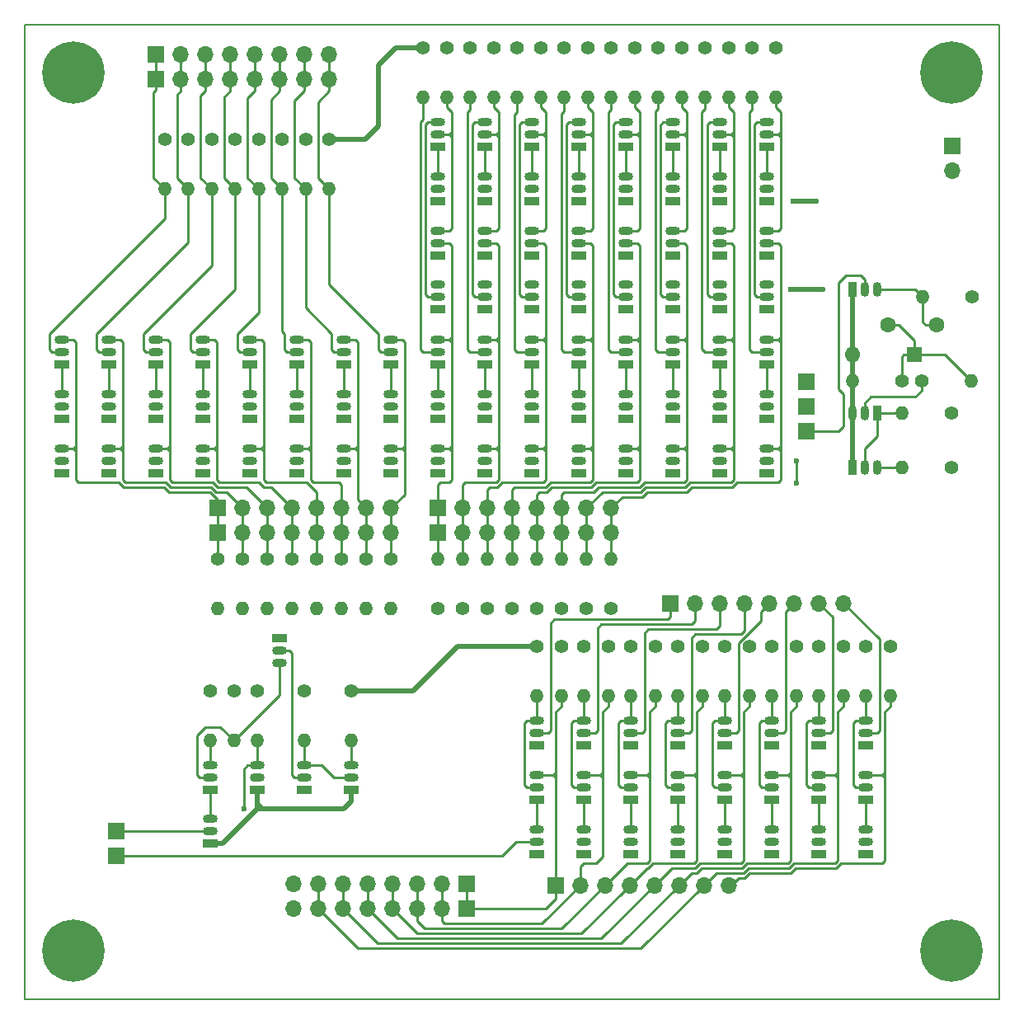
<source format=gbr>
%TF.GenerationSoftware,KiCad,Pcbnew,4.0.7-e2-6376~61~ubuntu18.04.1*%
%TF.CreationDate,2020-08-23T10:07:49+02:00*%
%TF.ProjectId,controller,636F6E74726F6C6C65722E6B69636164,rev?*%
%TF.FileFunction,Copper,L2,Bot,Signal*%
%FSLAX46Y46*%
G04 Gerber Fmt 4.6, Leading zero omitted, Abs format (unit mm)*
G04 Created by KiCad (PCBNEW 4.0.7-e2-6376~61~ubuntu18.04.1) date Sun Aug 23 10:07:49 2020*
%MOMM*%
%LPD*%
G01*
G04 APERTURE LIST*
%ADD10C,0.100000*%
%ADD11C,0.150000*%
%ADD12C,1.600000*%
%ADD13R,1.600000X1.600000*%
%ADD14O,1.600000X1.600000*%
%ADD15R,1.700000X1.700000*%
%ADD16O,1.700000X1.700000*%
%ADD17O,0.900000X1.500000*%
%ADD18R,0.900000X1.500000*%
%ADD19O,1.500000X0.900000*%
%ADD20R,1.500000X0.900000*%
%ADD21C,1.400000*%
%ADD22O,1.400000X1.400000*%
%ADD23C,6.400000*%
%ADD24C,0.600000*%
%ADD25C,0.250000*%
%ADD26C,0.500000*%
G04 APERTURE END LIST*
D10*
D11*
X41440000Y-15405000D02*
X41440000Y-115405000D01*
X41440000Y-115405000D02*
X141440000Y-115405000D01*
X141440000Y-15405000D02*
X141440000Y-115405000D01*
X41440000Y-15405000D02*
X141440000Y-15405000D01*
D12*
X135048000Y-46228000D03*
X130048000Y-46228000D03*
D13*
X132715000Y-49276000D03*
D14*
X126365000Y-49276000D03*
D15*
X121666000Y-57150000D03*
X83820000Y-67564000D03*
D16*
X86360000Y-67564000D03*
X88900000Y-67564000D03*
X91440000Y-67564000D03*
X93980000Y-67564000D03*
X96520000Y-67564000D03*
X99060000Y-67564000D03*
X101600000Y-67564000D03*
D15*
X83820000Y-65024000D03*
D16*
X86360000Y-65024000D03*
X88900000Y-65024000D03*
X91440000Y-65024000D03*
X93980000Y-65024000D03*
X96520000Y-65024000D03*
X99060000Y-65024000D03*
X101600000Y-65024000D03*
D15*
X61214000Y-67564000D03*
D16*
X63754000Y-67564000D03*
X66294000Y-67564000D03*
X68834000Y-67564000D03*
X71374000Y-67564000D03*
X73914000Y-67564000D03*
X76454000Y-67564000D03*
X78994000Y-67564000D03*
D15*
X61214000Y-65024000D03*
D16*
X63754000Y-65024000D03*
X66294000Y-65024000D03*
X68834000Y-65024000D03*
X71374000Y-65024000D03*
X73914000Y-65024000D03*
X76454000Y-65024000D03*
X78994000Y-65024000D03*
D15*
X121666000Y-54610000D03*
X121666000Y-52070000D03*
X54864000Y-18415000D03*
D16*
X57404000Y-18415000D03*
X59944000Y-18415000D03*
X62484000Y-18415000D03*
X65024000Y-18415000D03*
X67564000Y-18415000D03*
X70104000Y-18415000D03*
X72644000Y-18415000D03*
D15*
X54864000Y-20955000D03*
D16*
X57404000Y-20955000D03*
X59944000Y-20955000D03*
X62484000Y-20955000D03*
X65024000Y-20955000D03*
X67564000Y-20955000D03*
X70104000Y-20955000D03*
X72644000Y-20955000D03*
D15*
X107696000Y-74803000D03*
D16*
X110236000Y-74803000D03*
X112776000Y-74803000D03*
X115316000Y-74803000D03*
X117856000Y-74803000D03*
X120396000Y-74803000D03*
X122936000Y-74803000D03*
X125476000Y-74803000D03*
D15*
X50800000Y-100711000D03*
X50800000Y-98171000D03*
X95885000Y-103759000D03*
D16*
X98425000Y-103759000D03*
X100965000Y-103759000D03*
X103505000Y-103759000D03*
X106045000Y-103759000D03*
X108585000Y-103759000D03*
X111125000Y-103759000D03*
X113665000Y-103759000D03*
D15*
X86741000Y-106172000D03*
D16*
X84201000Y-106172000D03*
X81661000Y-106172000D03*
X79121000Y-106172000D03*
X76581000Y-106172000D03*
X74041000Y-106172000D03*
X71501000Y-106172000D03*
X68961000Y-106172000D03*
D15*
X86741000Y-103632000D03*
D16*
X84201000Y-103632000D03*
X81661000Y-103632000D03*
X79121000Y-103632000D03*
X76581000Y-103632000D03*
X74041000Y-103632000D03*
X71501000Y-103632000D03*
X68961000Y-103632000D03*
D15*
X136652000Y-27813000D03*
D16*
X136652000Y-30353000D03*
D17*
X127635000Y-42545000D03*
X128905000Y-42545000D03*
D18*
X126365000Y-42545000D03*
D17*
X127635000Y-55245000D03*
X126365000Y-55245000D03*
D18*
X128905000Y-55245000D03*
D17*
X127635000Y-60833000D03*
X128905000Y-60833000D03*
D18*
X126365000Y-60833000D03*
D19*
X67564000Y-79629000D03*
X67564000Y-80899000D03*
D20*
X67564000Y-78359000D03*
D19*
X70104000Y-92710000D03*
X70104000Y-91440000D03*
D20*
X70104000Y-93980000D03*
D19*
X74930000Y-92710000D03*
X74930000Y-91440000D03*
D20*
X74930000Y-93980000D03*
D19*
X60452000Y-98171000D03*
X60452000Y-96901000D03*
D20*
X60452000Y-99441000D03*
D19*
X60452000Y-92710000D03*
X60452000Y-91440000D03*
D20*
X60452000Y-93980000D03*
D19*
X65278000Y-92710000D03*
X65278000Y-91440000D03*
D20*
X65278000Y-93980000D03*
D19*
X83820000Y-37846000D03*
X83820000Y-36576000D03*
D20*
X83820000Y-39116000D03*
D19*
X83820000Y-26670000D03*
X83820000Y-25400000D03*
D20*
X83820000Y-27940000D03*
D19*
X83820000Y-32258000D03*
X83820000Y-30988000D03*
D20*
X83820000Y-33528000D03*
D19*
X88646000Y-37846000D03*
X88646000Y-36576000D03*
D20*
X88646000Y-39116000D03*
D19*
X88646000Y-26670000D03*
X88646000Y-25400000D03*
D20*
X88646000Y-27940000D03*
D19*
X88646000Y-32258000D03*
X88646000Y-30988000D03*
D20*
X88646000Y-33528000D03*
D19*
X93472000Y-37846000D03*
X93472000Y-36576000D03*
D20*
X93472000Y-39116000D03*
D19*
X93472000Y-26670000D03*
X93472000Y-25400000D03*
D20*
X93472000Y-27940000D03*
D19*
X93472000Y-32258000D03*
X93472000Y-30988000D03*
D20*
X93472000Y-33528000D03*
D19*
X98298000Y-37846000D03*
X98298000Y-36576000D03*
D20*
X98298000Y-39116000D03*
D19*
X98298000Y-26670000D03*
X98298000Y-25400000D03*
D20*
X98298000Y-27940000D03*
D19*
X98298000Y-32258000D03*
X98298000Y-30988000D03*
D20*
X98298000Y-33528000D03*
D19*
X103124000Y-37846000D03*
X103124000Y-36576000D03*
D20*
X103124000Y-39116000D03*
D19*
X103124000Y-26670000D03*
X103124000Y-25400000D03*
D20*
X103124000Y-27940000D03*
D19*
X103124000Y-32258000D03*
X103124000Y-30988000D03*
D20*
X103124000Y-33528000D03*
D19*
X107950000Y-37846000D03*
X107950000Y-36576000D03*
D20*
X107950000Y-39116000D03*
D19*
X107950000Y-26670000D03*
X107950000Y-25400000D03*
D20*
X107950000Y-27940000D03*
D19*
X107950000Y-32258000D03*
X107950000Y-30988000D03*
D20*
X107950000Y-33528000D03*
D19*
X112776000Y-37846000D03*
X112776000Y-36576000D03*
D20*
X112776000Y-39116000D03*
D19*
X112776000Y-26670000D03*
X112776000Y-25400000D03*
D20*
X112776000Y-27940000D03*
D19*
X112776000Y-32258000D03*
X112776000Y-30988000D03*
D20*
X112776000Y-33528000D03*
D19*
X117602000Y-37846000D03*
X117602000Y-36576000D03*
D20*
X117602000Y-39116000D03*
D19*
X117602000Y-26670000D03*
X117602000Y-25400000D03*
D20*
X117602000Y-27940000D03*
D19*
X117602000Y-32258000D03*
X117602000Y-30988000D03*
D20*
X117602000Y-33528000D03*
D19*
X45212000Y-49022000D03*
X45212000Y-47752000D03*
D20*
X45212000Y-50292000D03*
D19*
X45212000Y-54610000D03*
X45212000Y-53340000D03*
D20*
X45212000Y-55880000D03*
D19*
X50038000Y-49022000D03*
X50038000Y-47752000D03*
D20*
X50038000Y-50292000D03*
D19*
X50038000Y-54610000D03*
X50038000Y-53340000D03*
D20*
X50038000Y-55880000D03*
D19*
X54864000Y-49022000D03*
X54864000Y-47752000D03*
D20*
X54864000Y-50292000D03*
D19*
X54864000Y-54610000D03*
X54864000Y-53340000D03*
D20*
X54864000Y-55880000D03*
D19*
X59690000Y-49022000D03*
X59690000Y-47752000D03*
D20*
X59690000Y-50292000D03*
D19*
X59690000Y-54610000D03*
X59690000Y-53340000D03*
D20*
X59690000Y-55880000D03*
D19*
X64516000Y-49022000D03*
X64516000Y-47752000D03*
D20*
X64516000Y-50292000D03*
D19*
X64516000Y-54610000D03*
X64516000Y-53340000D03*
D20*
X64516000Y-55880000D03*
D19*
X69342000Y-49022000D03*
X69342000Y-47752000D03*
D20*
X69342000Y-50292000D03*
D19*
X69342000Y-54610000D03*
X69342000Y-53340000D03*
D20*
X69342000Y-55880000D03*
D19*
X74168000Y-49022000D03*
X74168000Y-47752000D03*
D20*
X74168000Y-50292000D03*
D19*
X74168000Y-54610000D03*
X74168000Y-53340000D03*
D20*
X74168000Y-55880000D03*
D19*
X78994000Y-49022000D03*
X78994000Y-47752000D03*
D20*
X78994000Y-50292000D03*
D19*
X78994000Y-54610000D03*
X78994000Y-53340000D03*
D20*
X78994000Y-55880000D03*
D19*
X83820000Y-49022000D03*
X83820000Y-47752000D03*
D20*
X83820000Y-50292000D03*
D19*
X83820000Y-54610000D03*
X83820000Y-53340000D03*
D20*
X83820000Y-55880000D03*
D19*
X88646000Y-49022000D03*
X88646000Y-47752000D03*
D20*
X88646000Y-50292000D03*
D19*
X88646000Y-54610000D03*
X88646000Y-53340000D03*
D20*
X88646000Y-55880000D03*
D19*
X93472000Y-49022000D03*
X93472000Y-47752000D03*
D20*
X93472000Y-50292000D03*
D19*
X93472000Y-54610000D03*
X93472000Y-53340000D03*
D20*
X93472000Y-55880000D03*
D19*
X98298000Y-49022000D03*
X98298000Y-47752000D03*
D20*
X98298000Y-50292000D03*
D19*
X98298000Y-54610000D03*
X98298000Y-53340000D03*
D20*
X98298000Y-55880000D03*
D19*
X103124000Y-49022000D03*
X103124000Y-47752000D03*
D20*
X103124000Y-50292000D03*
D19*
X103124000Y-54610000D03*
X103124000Y-53340000D03*
D20*
X103124000Y-55880000D03*
D19*
X107950000Y-49022000D03*
X107950000Y-47752000D03*
D20*
X107950000Y-50292000D03*
D19*
X107950000Y-54610000D03*
X107950000Y-53340000D03*
D20*
X107950000Y-55880000D03*
D19*
X112776000Y-49022000D03*
X112776000Y-47752000D03*
D20*
X112776000Y-50292000D03*
D19*
X112776000Y-54610000D03*
X112776000Y-53340000D03*
D20*
X112776000Y-55880000D03*
D19*
X117602000Y-49022000D03*
X117602000Y-47752000D03*
D20*
X117602000Y-50292000D03*
D19*
X117602000Y-54610000D03*
X117602000Y-53340000D03*
D20*
X117602000Y-55880000D03*
D19*
X83820000Y-43307000D03*
X83820000Y-42037000D03*
D20*
X83820000Y-44577000D03*
D19*
X88646000Y-43307000D03*
X88646000Y-42037000D03*
D20*
X88646000Y-44577000D03*
D19*
X93472000Y-43307000D03*
X93472000Y-42037000D03*
D20*
X93472000Y-44577000D03*
D19*
X98298000Y-43307000D03*
X98298000Y-42037000D03*
D20*
X98298000Y-44577000D03*
D19*
X103124000Y-43307000D03*
X103124000Y-42037000D03*
D20*
X103124000Y-44577000D03*
D19*
X107950000Y-43307000D03*
X107950000Y-42037000D03*
D20*
X107950000Y-44577000D03*
D19*
X112776000Y-43307000D03*
X112776000Y-42037000D03*
D20*
X112776000Y-44577000D03*
D19*
X117602000Y-43307000D03*
X117602000Y-42037000D03*
D20*
X117602000Y-44577000D03*
D19*
X83820000Y-60198000D03*
X83820000Y-58928000D03*
D20*
X83820000Y-61468000D03*
D19*
X45212000Y-60198000D03*
X45212000Y-58928000D03*
D20*
X45212000Y-61468000D03*
D19*
X88646000Y-60198000D03*
X88646000Y-58928000D03*
D20*
X88646000Y-61468000D03*
D19*
X50038000Y-60198000D03*
X50038000Y-58928000D03*
D20*
X50038000Y-61468000D03*
D19*
X93472000Y-60198000D03*
X93472000Y-58928000D03*
D20*
X93472000Y-61468000D03*
D19*
X54864000Y-60198000D03*
X54864000Y-58928000D03*
D20*
X54864000Y-61468000D03*
D19*
X98298000Y-60198000D03*
X98298000Y-58928000D03*
D20*
X98298000Y-61468000D03*
D19*
X59690000Y-60198000D03*
X59690000Y-58928000D03*
D20*
X59690000Y-61468000D03*
D19*
X103124000Y-60198000D03*
X103124000Y-58928000D03*
D20*
X103124000Y-61468000D03*
D19*
X64516000Y-60198000D03*
X64516000Y-58928000D03*
D20*
X64516000Y-61468000D03*
D19*
X107950000Y-60198000D03*
X107950000Y-58928000D03*
D20*
X107950000Y-61468000D03*
D19*
X69342000Y-60198000D03*
X69342000Y-58928000D03*
D20*
X69342000Y-61468000D03*
D19*
X112776000Y-60198000D03*
X112776000Y-58928000D03*
D20*
X112776000Y-61468000D03*
D19*
X74168000Y-60198000D03*
X74168000Y-58928000D03*
D20*
X74168000Y-61468000D03*
D19*
X117602000Y-60198000D03*
X117602000Y-58928000D03*
D20*
X117602000Y-61468000D03*
D19*
X78994000Y-60198000D03*
X78994000Y-58928000D03*
D20*
X78994000Y-61468000D03*
D19*
X93980000Y-93726000D03*
X93980000Y-92456000D03*
D20*
X93980000Y-94996000D03*
D19*
X93980000Y-99314000D03*
X93980000Y-98044000D03*
D20*
X93980000Y-100584000D03*
D19*
X98806000Y-93726000D03*
X98806000Y-92456000D03*
D20*
X98806000Y-94996000D03*
D19*
X98806000Y-99314000D03*
X98806000Y-98044000D03*
D20*
X98806000Y-100584000D03*
D19*
X103632000Y-93726000D03*
X103632000Y-92456000D03*
D20*
X103632000Y-94996000D03*
D19*
X103632000Y-99314000D03*
X103632000Y-98044000D03*
D20*
X103632000Y-100584000D03*
D19*
X108458000Y-93726000D03*
X108458000Y-92456000D03*
D20*
X108458000Y-94996000D03*
D19*
X108458000Y-99314000D03*
X108458000Y-98044000D03*
D20*
X108458000Y-100584000D03*
D19*
X113284000Y-93726000D03*
X113284000Y-92456000D03*
D20*
X113284000Y-94996000D03*
D19*
X113284000Y-99314000D03*
X113284000Y-98044000D03*
D20*
X113284000Y-100584000D03*
D19*
X118110000Y-93726000D03*
X118110000Y-92456000D03*
D20*
X118110000Y-94996000D03*
D19*
X118110000Y-99314000D03*
X118110000Y-98044000D03*
D20*
X118110000Y-100584000D03*
D19*
X122936000Y-93726000D03*
X122936000Y-92456000D03*
D20*
X122936000Y-94996000D03*
D19*
X122936000Y-99314000D03*
X122936000Y-98044000D03*
D20*
X122936000Y-100584000D03*
D19*
X127762000Y-93726000D03*
X127762000Y-92456000D03*
D20*
X127762000Y-94996000D03*
D19*
X127762000Y-99314000D03*
X127762000Y-98044000D03*
D20*
X127762000Y-100584000D03*
D19*
X93980000Y-88138000D03*
X93980000Y-86868000D03*
D20*
X93980000Y-89408000D03*
D19*
X98806000Y-88138000D03*
X98806000Y-86868000D03*
D20*
X98806000Y-89408000D03*
D19*
X103632000Y-88138000D03*
X103632000Y-86868000D03*
D20*
X103632000Y-89408000D03*
D19*
X108458000Y-88138000D03*
X108458000Y-86868000D03*
D20*
X108458000Y-89408000D03*
D19*
X113284000Y-88138000D03*
X113284000Y-86868000D03*
D20*
X113284000Y-89408000D03*
D19*
X118110000Y-88138000D03*
X118110000Y-86868000D03*
D20*
X118110000Y-89408000D03*
D19*
X122936000Y-88138000D03*
X122936000Y-86868000D03*
D20*
X122936000Y-89408000D03*
D19*
X127762000Y-88138000D03*
X127762000Y-86868000D03*
D20*
X127762000Y-89408000D03*
D21*
X138684000Y-43307000D03*
D22*
X133604000Y-43307000D03*
D21*
X101600000Y-75311000D03*
D22*
X101600000Y-70231000D03*
D21*
X99060000Y-75311000D03*
D22*
X99060000Y-70231000D03*
D21*
X96520000Y-75311000D03*
D22*
X96520000Y-70231000D03*
D21*
X93980000Y-75311000D03*
D22*
X93980000Y-70231000D03*
D21*
X91440000Y-75311000D03*
D22*
X91440000Y-70231000D03*
D21*
X88900000Y-75311000D03*
D22*
X88900000Y-70231000D03*
D21*
X86360000Y-75311000D03*
D22*
X86360000Y-70231000D03*
D21*
X83820000Y-75311000D03*
D22*
X83820000Y-70231000D03*
D21*
X131445000Y-51943000D03*
D22*
X126365000Y-51943000D03*
D21*
X61214000Y-70231000D03*
D22*
X61214000Y-75311000D03*
D21*
X63754000Y-70231000D03*
D22*
X63754000Y-75311000D03*
D21*
X66294000Y-70231000D03*
D22*
X66294000Y-75311000D03*
D21*
X68834000Y-70231000D03*
D22*
X68834000Y-75311000D03*
D21*
X71374000Y-70231000D03*
D22*
X71374000Y-75311000D03*
D21*
X73914000Y-70231000D03*
D22*
X73914000Y-75311000D03*
D21*
X76454000Y-70231000D03*
D22*
X76454000Y-75311000D03*
D21*
X78994000Y-70231000D03*
D22*
X78994000Y-75311000D03*
D21*
X133477000Y-51943000D03*
D22*
X138557000Y-51943000D03*
D21*
X136525000Y-55245000D03*
D22*
X131445000Y-55245000D03*
D21*
X136525000Y-60833000D03*
D22*
X131445000Y-60833000D03*
D21*
X72644000Y-27178000D03*
D22*
X72644000Y-32258000D03*
D21*
X70231000Y-27178000D03*
D22*
X70231000Y-32258000D03*
D21*
X67818000Y-27178000D03*
D22*
X67818000Y-32258000D03*
D21*
X65405000Y-27178000D03*
D22*
X65405000Y-32258000D03*
D21*
X62992000Y-27178000D03*
D22*
X62992000Y-32258000D03*
D21*
X60579000Y-27178000D03*
D22*
X60579000Y-32258000D03*
D21*
X58166000Y-27178000D03*
D22*
X58166000Y-32258000D03*
D21*
X55753000Y-27178000D03*
D22*
X55753000Y-32258000D03*
D21*
X62865000Y-83820000D03*
D22*
X62865000Y-88900000D03*
D21*
X70104000Y-83820000D03*
D22*
X70104000Y-88900000D03*
D21*
X74930000Y-83820000D03*
D22*
X74930000Y-88900000D03*
D21*
X60452000Y-83820000D03*
D22*
X60452000Y-88900000D03*
D21*
X65278000Y-83820000D03*
D22*
X65278000Y-88900000D03*
D21*
X96520000Y-79248000D03*
D22*
X96520000Y-84328000D03*
D21*
X101346000Y-79248000D03*
D22*
X101346000Y-84328000D03*
D21*
X106172000Y-79248000D03*
D22*
X106172000Y-84328000D03*
D21*
X110998000Y-79248000D03*
D22*
X110998000Y-84328000D03*
D21*
X115824000Y-79248000D03*
D22*
X115824000Y-84328000D03*
D21*
X120650000Y-79248000D03*
D22*
X120650000Y-84328000D03*
D21*
X125476000Y-79248000D03*
D22*
X125476000Y-84328000D03*
D21*
X130302000Y-79248000D03*
D22*
X130302000Y-84328000D03*
D21*
X84709000Y-17780000D03*
D22*
X84709000Y-22860000D03*
D21*
X89535000Y-17780000D03*
D22*
X89535000Y-22860000D03*
D21*
X94361000Y-17780000D03*
D22*
X94361000Y-22860000D03*
D21*
X99187000Y-17780000D03*
D22*
X99187000Y-22860000D03*
D21*
X104013000Y-17780000D03*
D22*
X104013000Y-22860000D03*
D21*
X108839000Y-17780000D03*
D22*
X108839000Y-22860000D03*
D21*
X113665000Y-17780000D03*
D22*
X113665000Y-22860000D03*
D21*
X118491000Y-17780000D03*
D22*
X118491000Y-22860000D03*
D21*
X82296000Y-17780000D03*
D22*
X82296000Y-22860000D03*
D21*
X87122000Y-17780000D03*
D22*
X87122000Y-22860000D03*
D21*
X91948000Y-17780000D03*
D22*
X91948000Y-22860000D03*
D21*
X96774000Y-17780000D03*
D22*
X96774000Y-22860000D03*
D21*
X101600000Y-17780000D03*
D22*
X101600000Y-22860000D03*
D21*
X106426000Y-17780000D03*
D22*
X106426000Y-22860000D03*
D21*
X111252000Y-17780000D03*
D22*
X111252000Y-22860000D03*
D21*
X116078000Y-17780000D03*
D22*
X116078000Y-22860000D03*
D21*
X93980000Y-79248000D03*
D22*
X93980000Y-84328000D03*
D21*
X98806000Y-79248000D03*
D22*
X98806000Y-84328000D03*
D21*
X103632000Y-79248000D03*
D22*
X103632000Y-84328000D03*
D21*
X108458000Y-79248000D03*
D22*
X108458000Y-84328000D03*
D21*
X113284000Y-79248000D03*
D22*
X113284000Y-84328000D03*
D21*
X118110000Y-79248000D03*
D22*
X118110000Y-84328000D03*
D21*
X122936000Y-79248000D03*
D22*
X122936000Y-84328000D03*
D21*
X127762000Y-79248000D03*
D22*
X127762000Y-84328000D03*
D23*
X136525000Y-20320000D03*
X46355000Y-20320000D03*
X46355000Y-110490000D03*
X136525000Y-110490000D03*
D24*
X63881000Y-95885000D03*
X122682000Y-33528000D03*
X120269000Y-33528000D03*
X123317000Y-42545000D03*
X120015000Y-42545000D03*
X120650000Y-62484000D03*
X120650000Y-60198000D03*
D25*
X133604000Y-43307000D02*
X132842000Y-42545000D01*
X132842000Y-42545000D02*
X128905000Y-42545000D01*
X135048000Y-46228000D02*
X133916630Y-46228000D01*
X133604000Y-45915370D02*
X133604000Y-44296949D01*
X133916630Y-46228000D02*
X133604000Y-45915370D01*
X133604000Y-44296949D02*
X133604000Y-43307000D01*
X130048000Y-46228000D02*
X131179370Y-46228000D01*
X131179370Y-46228000D02*
X132715000Y-47763630D01*
X132715000Y-47763630D02*
X132715000Y-48226000D01*
X132715000Y-48226000D02*
X132715000Y-49276000D01*
X132715000Y-49276000D02*
X135890000Y-49276000D01*
X135890000Y-49276000D02*
X138557000Y-51943000D01*
X131445000Y-51943000D02*
X131445000Y-49496000D01*
X131445000Y-49496000D02*
X131665000Y-49276000D01*
X131665000Y-49276000D02*
X132715000Y-49276000D01*
X121666000Y-57150000D02*
X124968000Y-57150000D01*
X124968000Y-41910000D02*
X125730000Y-41148000D01*
X124968000Y-57150000D02*
X125476000Y-56642000D01*
X125476000Y-53340000D02*
X124968000Y-52832000D01*
X125476000Y-56642000D02*
X125476000Y-53340000D01*
X124968000Y-52832000D02*
X124968000Y-41910000D01*
X127238000Y-41148000D02*
X127635000Y-41545000D01*
X125730000Y-41148000D02*
X127238000Y-41148000D01*
X127635000Y-41545000D02*
X127635000Y-42545000D01*
X85217000Y-58674000D02*
X85217000Y-59182000D01*
X83820000Y-67564000D02*
X83820000Y-70231000D01*
X83820000Y-65024000D02*
X83820000Y-66124000D01*
X83820000Y-66124000D02*
X83820000Y-67564000D01*
X84074000Y-62357000D02*
X83820000Y-62611000D01*
X83820000Y-62611000D02*
X83820000Y-65024000D01*
X84963000Y-62357000D02*
X84201000Y-62357000D01*
X84201000Y-62357000D02*
X84074000Y-62357000D01*
X85217000Y-62103000D02*
X84963000Y-62357000D01*
X85217000Y-59182000D02*
X85217000Y-62103000D01*
X84963000Y-58928000D02*
X85217000Y-59182000D01*
X85217000Y-47498000D02*
X85217000Y-38100000D01*
X85217000Y-38100000D02*
X84963000Y-37846000D01*
X84963000Y-37846000D02*
X83820000Y-37846000D01*
X85217000Y-58674000D02*
X85217000Y-48133000D01*
X85217000Y-48133000D02*
X85217000Y-48006000D01*
X85217000Y-47498000D02*
X85217000Y-48133000D01*
X84963000Y-47752000D02*
X85217000Y-47498000D01*
X83820000Y-58928000D02*
X84963000Y-58928000D01*
X84963000Y-58928000D02*
X85217000Y-58674000D01*
X85217000Y-48006000D02*
X84963000Y-47752000D01*
X84963000Y-47752000D02*
X83820000Y-47752000D01*
X90043000Y-58674000D02*
X90043000Y-59182000D01*
X86360000Y-67564000D02*
X86360000Y-70231000D01*
X86360000Y-65024000D02*
X86360000Y-66226081D01*
X86360000Y-66226081D02*
X86360000Y-67564000D01*
X89789000Y-58928000D02*
X90043000Y-59182000D01*
X90043000Y-59182000D02*
X90043000Y-62103000D01*
X90043000Y-62103000D02*
X89789000Y-62357000D01*
X89789000Y-62357000D02*
X86614000Y-62357000D01*
X86614000Y-62357000D02*
X86360000Y-62611000D01*
X86360000Y-62611000D02*
X86360000Y-65024000D01*
X90043000Y-47498000D02*
X90043000Y-48006000D01*
X89789000Y-47752000D02*
X90043000Y-48006000D01*
X90043000Y-48006000D02*
X90043000Y-58674000D01*
X90043000Y-58674000D02*
X89789000Y-58928000D01*
X89789000Y-58928000D02*
X88646000Y-58928000D01*
X88646000Y-37846000D02*
X89789000Y-37846000D01*
X89789000Y-37846000D02*
X90043000Y-38100000D01*
X90043000Y-38100000D02*
X90043000Y-47498000D01*
X90043000Y-47498000D02*
X89789000Y-47752000D01*
X89789000Y-47752000D02*
X88646000Y-47752000D01*
X94869000Y-47498000D02*
X94869000Y-48006000D01*
X94869000Y-48006000D02*
X94869000Y-58674000D01*
X94869000Y-58674000D02*
X94869000Y-59182000D01*
X94615000Y-58928000D02*
X94869000Y-58674000D01*
X94615000Y-47752000D02*
X94869000Y-48006000D01*
X94615000Y-47752000D02*
X93472000Y-47752000D01*
X94869000Y-47498000D02*
X94615000Y-47752000D01*
X94869000Y-38100000D02*
X94869000Y-47498000D01*
X94615000Y-37846000D02*
X94869000Y-38100000D01*
X93472000Y-37846000D02*
X94615000Y-37846000D01*
X88900000Y-67564000D02*
X88900000Y-70231000D01*
X88900000Y-65024000D02*
X88900000Y-66226081D01*
X88900000Y-66226081D02*
X88900000Y-67564000D01*
X93472000Y-58928000D02*
X94615000Y-58928000D01*
X94615000Y-58928000D02*
X94869000Y-59182000D01*
X94869000Y-59182000D02*
X94869000Y-62103000D01*
X89154000Y-62865000D02*
X88900000Y-63119000D01*
X94869000Y-62103000D02*
X94615000Y-62357000D01*
X94615000Y-62357000D02*
X90425410Y-62357000D01*
X90425410Y-62357000D02*
X89917410Y-62865000D01*
X89917410Y-62865000D02*
X89154000Y-62865000D01*
X88900000Y-63119000D02*
X88900000Y-65024000D01*
X99695000Y-47498000D02*
X99695000Y-48006000D01*
X99695000Y-58674000D02*
X99695000Y-59182000D01*
X99441000Y-47752000D02*
X99695000Y-48006000D01*
X99695000Y-48006000D02*
X99695000Y-58674000D01*
X99695000Y-58674000D02*
X99441000Y-58928000D01*
X98298000Y-37846000D02*
X99441000Y-37846000D01*
X99441000Y-37846000D02*
X99695000Y-38100000D01*
X99695000Y-38100000D02*
X99695000Y-47498000D01*
X99695000Y-47498000D02*
X99441000Y-47752000D01*
X99441000Y-47752000D02*
X98298000Y-47752000D01*
X91440000Y-67564000D02*
X91440000Y-70231000D01*
X91440000Y-65024000D02*
X91440000Y-66226081D01*
X91440000Y-66226081D02*
X91440000Y-67564000D01*
X91694000Y-62865000D02*
X91440000Y-63119000D01*
X91440000Y-63119000D02*
X91440000Y-65024000D01*
X94869000Y-62865000D02*
X91694000Y-62865000D01*
X95377000Y-62357000D02*
X94869000Y-62865000D01*
X99441000Y-62357000D02*
X95377000Y-62357000D01*
X99695000Y-62103000D02*
X99441000Y-62357000D01*
X99695000Y-59182000D02*
X99695000Y-62103000D01*
X99441000Y-58928000D02*
X99695000Y-59182000D01*
X98298000Y-58928000D02*
X99441000Y-58928000D01*
X104521000Y-48006000D02*
X104521000Y-47498000D01*
X104267000Y-47752000D02*
X104521000Y-47498000D01*
X104521000Y-47498000D02*
X104521000Y-38100000D01*
X104267000Y-37846000D02*
X103124000Y-37846000D01*
X104521000Y-38100000D02*
X104267000Y-37846000D01*
X104521000Y-59182000D02*
X104521000Y-58674000D01*
X104267000Y-58928000D02*
X104521000Y-58674000D01*
X104521000Y-58674000D02*
X104521000Y-48006000D01*
X104521000Y-48006000D02*
X104267000Y-47752000D01*
X104267000Y-47752000D02*
X103124000Y-47752000D01*
X93980000Y-67564000D02*
X93980000Y-70231000D01*
X93980000Y-65024000D02*
X93980000Y-66226081D01*
X93980000Y-66226081D02*
X93980000Y-67564000D01*
X103124000Y-58928000D02*
X104267000Y-58928000D01*
X104267000Y-58928000D02*
X104521000Y-59182000D01*
X93980000Y-63627000D02*
X93980000Y-65024000D01*
X104521000Y-59182000D02*
X104521000Y-62103000D01*
X99569410Y-62865000D02*
X95505410Y-62865000D01*
X104521000Y-62103000D02*
X104267000Y-62357000D01*
X104267000Y-62357000D02*
X100077410Y-62357000D01*
X100077410Y-62357000D02*
X99569410Y-62865000D01*
X94234000Y-63373000D02*
X93980000Y-63627000D01*
X95505410Y-62865000D02*
X94997410Y-63373000D01*
X94997410Y-63373000D02*
X94234000Y-63373000D01*
X109347000Y-48006000D02*
X109347000Y-47498000D01*
X109347000Y-58674000D02*
X109347000Y-59182000D01*
X109093000Y-47752000D02*
X109347000Y-48006000D01*
X109347000Y-48006000D02*
X109347000Y-58674000D01*
X109347000Y-58674000D02*
X109093000Y-58928000D01*
X107950000Y-37846000D02*
X109093000Y-37846000D01*
X109347000Y-47498000D02*
X109093000Y-47752000D01*
X109093000Y-37846000D02*
X109347000Y-38100000D01*
X109347000Y-38100000D02*
X109347000Y-47498000D01*
X109093000Y-47752000D02*
X107950000Y-47752000D01*
X96520000Y-67564000D02*
X96520000Y-68766081D01*
X96520000Y-68766081D02*
X96520000Y-70231000D01*
X96520000Y-65024000D02*
X96520000Y-66226081D01*
X96520000Y-66226081D02*
X96520000Y-67564000D01*
X107950000Y-58928000D02*
X109093000Y-58928000D01*
X109093000Y-58928000D02*
X109347000Y-59182000D01*
X109347000Y-62103000D02*
X109093000Y-62357000D01*
X109347000Y-59182000D02*
X109347000Y-62103000D01*
X96520000Y-63627000D02*
X96520000Y-65024000D01*
X109093000Y-62357000D02*
X105029000Y-62357000D01*
X105029000Y-62357000D02*
X104521000Y-62865000D01*
X104521000Y-62865000D02*
X100330000Y-62865000D01*
X99822000Y-63373000D02*
X96774000Y-63373000D01*
X96774000Y-63373000D02*
X96520000Y-63627000D01*
X100330000Y-62865000D02*
X99822000Y-63373000D01*
X114173000Y-47498000D02*
X114173000Y-48006000D01*
X113919000Y-47752000D02*
X114173000Y-47498000D01*
X113919000Y-37846000D02*
X112776000Y-37846000D01*
X114173000Y-47498000D02*
X114173000Y-38100000D01*
X114173000Y-38100000D02*
X113919000Y-37846000D01*
X114173000Y-59182000D02*
X114173000Y-58674000D01*
X113919000Y-58928000D02*
X114173000Y-58674000D01*
X114173000Y-58674000D02*
X114173000Y-48006000D01*
X114173000Y-48006000D02*
X113919000Y-47752000D01*
X113919000Y-47752000D02*
X112776000Y-47752000D01*
X112776000Y-58928000D02*
X113919000Y-58928000D01*
X109221410Y-62865000D02*
X105157410Y-62865000D01*
X113919000Y-58928000D02*
X114173000Y-59182000D01*
X114173000Y-59182000D02*
X114173000Y-62103000D01*
X104649410Y-63373000D02*
X100711000Y-63373000D01*
X114173000Y-62103000D02*
X113919000Y-62357000D01*
X113919000Y-62357000D02*
X109729410Y-62357000D01*
X109729410Y-62357000D02*
X109221410Y-62865000D01*
X100711000Y-63373000D02*
X99060000Y-65024000D01*
X105157410Y-62865000D02*
X104649410Y-63373000D01*
X99060000Y-67564000D02*
X99060000Y-68766081D01*
X99060000Y-68766081D02*
X99060000Y-70231000D01*
X99060000Y-65024000D02*
X99060000Y-66226081D01*
X99060000Y-66226081D02*
X99060000Y-67564000D01*
X118999000Y-48006000D02*
X118999000Y-47498000D01*
X118999000Y-59182000D02*
X118999000Y-58674000D01*
X118745000Y-47752000D02*
X118999000Y-48006000D01*
X118999000Y-48006000D02*
X118999000Y-58674000D01*
X118999000Y-58674000D02*
X118745000Y-58928000D01*
X117602000Y-37846000D02*
X118745000Y-37846000D01*
X118745000Y-37846000D02*
X118999000Y-38100000D01*
X118999000Y-47498000D02*
X118745000Y-47752000D01*
X118999000Y-38100000D02*
X118999000Y-47498000D01*
X118745000Y-47752000D02*
X117602000Y-47752000D01*
X117602000Y-58928000D02*
X118745000Y-58928000D01*
X118999000Y-62103000D02*
X118745000Y-62357000D01*
X118745000Y-58928000D02*
X118999000Y-59182000D01*
X118999000Y-59182000D02*
X118999000Y-62103000D01*
X104777820Y-63881000D02*
X102743000Y-63881000D01*
X118745000Y-62357000D02*
X114555410Y-62357000D01*
X114555410Y-62357000D02*
X114047410Y-62865000D01*
X105285820Y-63373000D02*
X104777820Y-63881000D01*
X114047410Y-62865000D02*
X109857820Y-62865000D01*
X109857820Y-62865000D02*
X109349820Y-63373000D01*
X109349820Y-63373000D02*
X105285820Y-63373000D01*
X102743000Y-63881000D02*
X101600000Y-65024000D01*
X101600000Y-67564000D02*
X101600000Y-70231000D01*
X101600000Y-65024000D02*
X101600000Y-66226081D01*
X101600000Y-66226081D02*
X101600000Y-67564000D01*
X46609000Y-58674000D02*
X46609000Y-59182000D01*
X46355000Y-58928000D02*
X46609000Y-58674000D01*
X46355000Y-47752000D02*
X45212000Y-47752000D01*
X46609000Y-58674000D02*
X46609000Y-48006000D01*
X46609000Y-48006000D02*
X46355000Y-47752000D01*
X61214000Y-70231000D02*
X61214000Y-67564000D01*
X45212000Y-58928000D02*
X46355000Y-58928000D01*
X55750180Y-62865000D02*
X56258180Y-63373000D01*
X46355000Y-58928000D02*
X46609000Y-59182000D01*
X46609000Y-62103000D02*
X46863000Y-62357000D01*
X46609000Y-59182000D02*
X46609000Y-62103000D01*
X46863000Y-62357000D02*
X51052590Y-62357000D01*
X51052590Y-62357000D02*
X51560590Y-62865000D01*
X61214000Y-64139230D02*
X61214000Y-65024000D01*
X51560590Y-62865000D02*
X55750180Y-62865000D01*
X56258180Y-63373000D02*
X60447770Y-63373000D01*
X60447770Y-63373000D02*
X61214000Y-64139230D01*
X61214000Y-65024000D02*
X61214000Y-66124000D01*
X61214000Y-66124000D02*
X61214000Y-67564000D01*
X51435000Y-59182000D02*
X51435000Y-59309000D01*
X51435000Y-58674000D02*
X51435000Y-59309000D01*
X51435000Y-59309000D02*
X51435000Y-62103000D01*
X51181000Y-58928000D02*
X51435000Y-58674000D01*
X51435000Y-58674000D02*
X51435000Y-48006000D01*
X51435000Y-48006000D02*
X51181000Y-47752000D01*
X51181000Y-47752000D02*
X50038000Y-47752000D01*
X63754000Y-70231000D02*
X63754000Y-69241051D01*
X63754000Y-69241051D02*
X63754000Y-67564000D01*
X50038000Y-58928000D02*
X51181000Y-58928000D01*
X55878590Y-62357000D02*
X56386590Y-62865000D01*
X51181000Y-58928000D02*
X51435000Y-59182000D01*
X51435000Y-62103000D02*
X51689000Y-62357000D01*
X51689000Y-62357000D02*
X55878590Y-62357000D01*
X60576180Y-62865000D02*
X61084180Y-63373000D01*
X56386590Y-62865000D02*
X60576180Y-62865000D01*
X61084180Y-63373000D02*
X62103000Y-63373000D01*
X62103000Y-63373000D02*
X63754000Y-65024000D01*
X63754000Y-65024000D02*
X63754000Y-67564000D01*
X56261000Y-59182000D02*
X56261000Y-58674000D01*
X56007000Y-58928000D02*
X56261000Y-58674000D01*
X56261000Y-58674000D02*
X56261000Y-48006000D01*
X56261000Y-48006000D02*
X56007000Y-47752000D01*
X56007000Y-47752000D02*
X54864000Y-47752000D01*
X66294000Y-70231000D02*
X66294000Y-67564000D01*
X66294000Y-65024000D02*
X66294000Y-67564000D01*
X54864000Y-58928000D02*
X56007000Y-58928000D01*
X56007000Y-58928000D02*
X56261000Y-59182000D01*
X56261000Y-62103000D02*
X56515000Y-62357000D01*
X64135000Y-62865000D02*
X66294000Y-65024000D01*
X56261000Y-59182000D02*
X56261000Y-62103000D01*
X56515000Y-62357000D02*
X60704590Y-62357000D01*
X61212590Y-62865000D02*
X64135000Y-62865000D01*
X60704590Y-62357000D02*
X61212590Y-62865000D01*
X61087000Y-58674000D02*
X61087000Y-59182000D01*
X60833000Y-47752000D02*
X59690000Y-47752000D01*
X61087000Y-48006000D02*
X60833000Y-47752000D01*
X61087000Y-58674000D02*
X61087000Y-48006000D01*
X60833000Y-58928000D02*
X61087000Y-58674000D01*
X68834000Y-70231000D02*
X68834000Y-67564000D01*
X68834000Y-65024000D02*
X68834000Y-66226081D01*
X68834000Y-66226081D02*
X68834000Y-67564000D01*
X61087000Y-62103000D02*
X61341000Y-62357000D01*
X61341000Y-62357000D02*
X65405000Y-62357000D01*
X65405000Y-62357000D02*
X65913000Y-62865000D01*
X65913000Y-62865000D02*
X66675000Y-62865000D01*
X66675000Y-62865000D02*
X68834000Y-65024000D01*
X61087000Y-60706000D02*
X61087000Y-62103000D01*
X61087000Y-59182000D02*
X61087000Y-60706000D01*
X60833000Y-58928000D02*
X61087000Y-59182000D01*
X59690000Y-58928000D02*
X60833000Y-58928000D01*
X71374000Y-70231000D02*
X71374000Y-69241051D01*
X71374000Y-69241051D02*
X71374000Y-67564000D01*
X65913000Y-58674000D02*
X65913000Y-59182000D01*
X65659000Y-47752000D02*
X64516000Y-47752000D01*
X65913000Y-48006000D02*
X65659000Y-47752000D01*
X65913000Y-58674000D02*
X65913000Y-48006000D01*
X65659000Y-58928000D02*
X65913000Y-58674000D01*
X71374000Y-65024000D02*
X71374000Y-66226081D01*
X71374000Y-66226081D02*
X71374000Y-67564000D01*
X70808009Y-62807009D02*
X71374000Y-63373000D01*
X71374000Y-63373000D02*
X71374000Y-65024000D01*
X70356590Y-62357000D02*
X70806599Y-62807009D01*
X70806599Y-62807009D02*
X70808009Y-62807009D01*
X66167000Y-62357000D02*
X70356590Y-62357000D01*
X65913000Y-62103000D02*
X66167000Y-62357000D01*
X65913000Y-59182000D02*
X65913000Y-62103000D01*
X65659000Y-58928000D02*
X65913000Y-59182000D01*
X64516000Y-58928000D02*
X65659000Y-58928000D01*
X70739000Y-58674000D02*
X70739000Y-59182000D01*
X70485000Y-58928000D02*
X70739000Y-58674000D01*
X70739000Y-58674000D02*
X70739000Y-48006000D01*
X70739000Y-48006000D02*
X70485000Y-47752000D01*
X70485000Y-47752000D02*
X69342000Y-47752000D01*
X73914000Y-70231000D02*
X73914000Y-67564000D01*
X73914000Y-65024000D02*
X73914000Y-66226081D01*
X73914000Y-66226081D02*
X73914000Y-67564000D01*
X69342000Y-58928000D02*
X70485000Y-58928000D01*
X70485000Y-58928000D02*
X70739000Y-59182000D01*
X70993000Y-62357000D02*
X73660000Y-62357000D01*
X70739000Y-59182000D02*
X70739000Y-62103000D01*
X70739000Y-62103000D02*
X70993000Y-62357000D01*
X73660000Y-62357000D02*
X73914000Y-62611000D01*
X73914000Y-62611000D02*
X73914000Y-65024000D01*
X75565000Y-58674000D02*
X75565000Y-59182000D01*
X75311000Y-47752000D02*
X74168000Y-47752000D01*
X75565000Y-48006000D02*
X75311000Y-47752000D01*
X75565000Y-58674000D02*
X75565000Y-48006000D01*
X75311000Y-58928000D02*
X75565000Y-58674000D01*
X76454000Y-70231000D02*
X76454000Y-67564000D01*
X76454000Y-65024000D02*
X76454000Y-67564000D01*
X74168000Y-58928000D02*
X75311000Y-58928000D01*
X75311000Y-58928000D02*
X75565000Y-59182000D01*
X75565000Y-59182000D02*
X75565000Y-64135000D01*
X75565000Y-64135000D02*
X76454000Y-65024000D01*
X80391000Y-58674000D02*
X80391000Y-59182000D01*
X80137000Y-58928000D02*
X80391000Y-58674000D01*
X80391000Y-58674000D02*
X80391000Y-48006000D01*
X80137000Y-47752000D02*
X78994000Y-47752000D01*
X80391000Y-48006000D02*
X80137000Y-47752000D01*
X78994000Y-70231000D02*
X78994000Y-69241051D01*
X78994000Y-69241051D02*
X78994000Y-67564000D01*
X78994000Y-65024000D02*
X78994000Y-67564000D01*
X78994000Y-58928000D02*
X80137000Y-58928000D01*
X80137000Y-58928000D02*
X80391000Y-59182000D01*
X80391000Y-59182000D02*
X80391000Y-63627000D01*
X80391000Y-63627000D02*
X78994000Y-65024000D01*
X45212000Y-49022000D02*
X44196000Y-49022000D01*
X44196000Y-49022000D02*
X43942000Y-48768000D01*
X43942000Y-48768000D02*
X43942000Y-47117000D01*
X55753000Y-35306000D02*
X55753000Y-32258000D01*
X43942000Y-47117000D02*
X55753000Y-35306000D01*
X54610000Y-22309000D02*
X54610000Y-31115000D01*
X54610000Y-31115000D02*
X55753000Y-32258000D01*
X54864000Y-20955000D02*
X54864000Y-22055000D01*
X54864000Y-22055000D02*
X54610000Y-22309000D01*
X54864000Y-18415000D02*
X54864000Y-19515000D01*
X54864000Y-19515000D02*
X54864000Y-20955000D01*
X83820000Y-43307000D02*
X82804000Y-43307000D01*
X82550000Y-43053000D02*
X82550000Y-25654000D01*
X82804000Y-43307000D02*
X82550000Y-43053000D01*
X82550000Y-25654000D02*
X82804000Y-25400000D01*
X82804000Y-25400000D02*
X83820000Y-25400000D01*
X50038000Y-49022000D02*
X49022000Y-49022000D01*
X49022000Y-49022000D02*
X48768000Y-48768000D01*
X48768000Y-48768000D02*
X48768000Y-47117000D01*
X58166000Y-37719000D02*
X58166000Y-32258000D01*
X48768000Y-47117000D02*
X58166000Y-37719000D01*
X57023000Y-22538081D02*
X57023000Y-31115000D01*
X57023000Y-31115000D02*
X58166000Y-32258000D01*
X57404000Y-20955000D02*
X57404000Y-22157081D01*
X57404000Y-22157081D02*
X57023000Y-22538081D01*
X57404000Y-18415000D02*
X57404000Y-20955000D01*
X87376000Y-25654000D02*
X87630000Y-25400000D01*
X87630000Y-25400000D02*
X88646000Y-25400000D01*
X87376000Y-43037000D02*
X87376000Y-25654000D01*
X88646000Y-43307000D02*
X87646000Y-43307000D01*
X87646000Y-43307000D02*
X87376000Y-43037000D01*
X53594000Y-47117000D02*
X60579000Y-40132000D01*
X60579000Y-40132000D02*
X60579000Y-32258000D01*
X53594000Y-48768000D02*
X53594000Y-47117000D01*
X53848000Y-49022000D02*
X53594000Y-48768000D01*
X54864000Y-49022000D02*
X53848000Y-49022000D01*
X59436000Y-22665081D02*
X59436000Y-31115000D01*
X59436000Y-31115000D02*
X60579000Y-32258000D01*
X59944000Y-20955000D02*
X59944000Y-22157081D01*
X59944000Y-22157081D02*
X59436000Y-22665081D01*
X59944000Y-18415000D02*
X59944000Y-19617081D01*
X59944000Y-19617081D02*
X59944000Y-20955000D01*
X92456000Y-25400000D02*
X93472000Y-25400000D01*
X92202000Y-25654000D02*
X92456000Y-25400000D01*
X92202000Y-43053000D02*
X92202000Y-25654000D01*
X92456000Y-43307000D02*
X92202000Y-43053000D01*
X93472000Y-43307000D02*
X92456000Y-43307000D01*
X59690000Y-49022000D02*
X58674000Y-49022000D01*
X58674000Y-49022000D02*
X58420000Y-48768000D01*
X58420000Y-48768000D02*
X58420000Y-47117000D01*
X58420000Y-47117000D02*
X62992000Y-42545000D01*
X62992000Y-42545000D02*
X62992000Y-32258000D01*
X98298000Y-25400000D02*
X97282000Y-25400000D01*
X97282000Y-25400000D02*
X97028000Y-25654000D01*
X97028000Y-25654000D02*
X97028000Y-43053000D01*
X97028000Y-43053000D02*
X97282000Y-43307000D01*
X97282000Y-43307000D02*
X98298000Y-43307000D01*
X61849000Y-22792081D02*
X61849000Y-31115000D01*
X61849000Y-31115000D02*
X62992000Y-32258000D01*
X62484000Y-20955000D02*
X62484000Y-22157081D01*
X62484000Y-22157081D02*
X61849000Y-22792081D01*
X62484000Y-18415000D02*
X62484000Y-19617081D01*
X62484000Y-19617081D02*
X62484000Y-20955000D01*
X63246000Y-47117000D02*
X65405000Y-44958000D01*
X65405000Y-44958000D02*
X65405000Y-32258000D01*
X63246000Y-48768000D02*
X63246000Y-47117000D01*
X63500000Y-49022000D02*
X63246000Y-48768000D01*
X64516000Y-49022000D02*
X63500000Y-49022000D01*
X103124000Y-25400000D02*
X102108000Y-25400000D01*
X101854000Y-25654000D02*
X101854000Y-43053000D01*
X102108000Y-25400000D02*
X101854000Y-25654000D01*
X101854000Y-43053000D02*
X102108000Y-43307000D01*
X102108000Y-43307000D02*
X103124000Y-43307000D01*
X64262000Y-22919081D02*
X64262000Y-31115000D01*
X64262000Y-31115000D02*
X65405000Y-32258000D01*
X65024000Y-20955000D02*
X65024000Y-22157081D01*
X65024000Y-22157081D02*
X64262000Y-22919081D01*
X65024000Y-18415000D02*
X65024000Y-19617081D01*
X65024000Y-19617081D02*
X65024000Y-20955000D01*
X69342000Y-49022000D02*
X68326000Y-49022000D01*
X68072000Y-47117000D02*
X67818000Y-46863000D01*
X68326000Y-49022000D02*
X68072000Y-48768000D01*
X68072000Y-48768000D02*
X68072000Y-47117000D01*
X67818000Y-46863000D02*
X67818000Y-32258000D01*
X107950000Y-25400000D02*
X106950000Y-25400000D01*
X106680000Y-43053000D02*
X106934000Y-43307000D01*
X106950000Y-25400000D02*
X106680000Y-25670000D01*
X106680000Y-25670000D02*
X106680000Y-43053000D01*
X106934000Y-43307000D02*
X107950000Y-43307000D01*
X66675000Y-23046081D02*
X66675000Y-31115000D01*
X66675000Y-31115000D02*
X67818000Y-32258000D01*
X67564000Y-20955000D02*
X67564000Y-22157081D01*
X67564000Y-22157081D02*
X66675000Y-23046081D01*
X67564000Y-18415000D02*
X67564000Y-19617081D01*
X67564000Y-19617081D02*
X67564000Y-20955000D01*
X70231000Y-44450000D02*
X70231000Y-32258000D01*
X72898000Y-47117000D02*
X70231000Y-44450000D01*
X72898000Y-48768000D02*
X72898000Y-47117000D01*
X73152000Y-49022000D02*
X72898000Y-48768000D01*
X74168000Y-49022000D02*
X73152000Y-49022000D01*
X112776000Y-25400000D02*
X111760000Y-25400000D01*
X111760000Y-43307000D02*
X112776000Y-43307000D01*
X111760000Y-25400000D02*
X111506000Y-25654000D01*
X111506000Y-25654000D02*
X111506000Y-43053000D01*
X111506000Y-43053000D02*
X111760000Y-43307000D01*
X69088000Y-23173081D02*
X69088000Y-31115000D01*
X69088000Y-31115000D02*
X70231000Y-32258000D01*
X70104000Y-20955000D02*
X70104000Y-22157081D01*
X70104000Y-22157081D02*
X69088000Y-23173081D01*
X70104000Y-18415000D02*
X70104000Y-19617081D01*
X70104000Y-19617081D02*
X70104000Y-20955000D01*
X117602000Y-25400000D02*
X116586000Y-25400000D01*
X116586000Y-25400000D02*
X116332000Y-25654000D01*
X116332000Y-25654000D02*
X116332000Y-43053000D01*
X116332000Y-43053000D02*
X116586000Y-43307000D01*
X116586000Y-43307000D02*
X117602000Y-43307000D01*
X72644000Y-42037000D02*
X72644000Y-32258000D01*
X77724000Y-47117000D02*
X72644000Y-42037000D01*
X77724000Y-48768000D02*
X77724000Y-47117000D01*
X77978000Y-49022000D02*
X77724000Y-48768000D01*
X78994000Y-49022000D02*
X77978000Y-49022000D01*
X71501000Y-23300081D02*
X71501000Y-31115000D01*
X71501000Y-31115000D02*
X72644000Y-32258000D01*
X72644000Y-20955000D02*
X72644000Y-22157081D01*
X72644000Y-22157081D02*
X71501000Y-23300081D01*
X72644000Y-18415000D02*
X72644000Y-20955000D01*
X93980000Y-88138000D02*
X95123000Y-88138000D01*
X95123000Y-88138000D02*
X95377000Y-87884000D01*
X95377000Y-76835000D02*
X95758000Y-76454000D01*
X95377000Y-87884000D02*
X95377000Y-76835000D01*
X95758000Y-76454000D02*
X107442000Y-76454000D01*
X107442000Y-76454000D02*
X107696000Y-76200000D01*
X107696000Y-76200000D02*
X107696000Y-74803000D01*
X98806000Y-88138000D02*
X99949000Y-88138000D01*
X110236000Y-76581000D02*
X110236000Y-74803000D01*
X99949000Y-88138000D02*
X100203000Y-87884000D01*
X100203000Y-87884000D02*
X100203000Y-77343000D01*
X100203000Y-77343000D02*
X100584000Y-76962000D01*
X100584000Y-76962000D02*
X109855000Y-76962000D01*
X109855000Y-76962000D02*
X110236000Y-76581000D01*
X103632000Y-88138000D02*
X104775000Y-88138000D01*
X104775000Y-88138000D02*
X105029000Y-87884000D01*
X105029000Y-77851000D02*
X105410000Y-77470000D01*
X105029000Y-87884000D02*
X105029000Y-77851000D01*
X105410000Y-77470000D02*
X112395000Y-77470000D01*
X112395000Y-77470000D02*
X112776000Y-77089000D01*
X112776000Y-77089000D02*
X112776000Y-74803000D01*
X108458000Y-88138000D02*
X109601000Y-88138000D01*
X109601000Y-88138000D02*
X109855000Y-87884000D01*
X109855000Y-87884000D02*
X109855000Y-78359000D01*
X109855000Y-78359000D02*
X110236000Y-77978000D01*
X110236000Y-77978000D02*
X114935000Y-77978000D01*
X114935000Y-77978000D02*
X115316000Y-77597000D01*
X115316000Y-77597000D02*
X115316000Y-74803000D01*
X113284000Y-88138000D02*
X114427000Y-88138000D01*
X114427000Y-88138000D02*
X114681000Y-87884000D01*
X114681000Y-87884000D02*
X114681000Y-78868410D01*
X114681000Y-78868410D02*
X117006001Y-76543409D01*
X117006001Y-76543409D02*
X117006001Y-75652999D01*
X117006001Y-75652999D02*
X117856000Y-74803000D01*
X118110000Y-88138000D02*
X119253000Y-88138000D01*
X119253000Y-88138000D02*
X119507000Y-87884000D01*
X119507000Y-87884000D02*
X119507000Y-75692000D01*
X119507000Y-75692000D02*
X120396000Y-74803000D01*
X124333000Y-76200000D02*
X122936000Y-74803000D01*
X124333000Y-87884000D02*
X124333000Y-76200000D01*
X124079000Y-88138000D02*
X124333000Y-87884000D01*
X122936000Y-88138000D02*
X124079000Y-88138000D01*
X127762000Y-88138000D02*
X128905000Y-88138000D01*
X128905000Y-88138000D02*
X129159000Y-87884000D01*
X129159000Y-87884000D02*
X129159000Y-78486000D01*
X129159000Y-78486000D02*
X125476000Y-74803000D01*
X50800000Y-100711000D02*
X90424000Y-100711000D01*
X90424000Y-100711000D02*
X91821000Y-99314000D01*
X91821000Y-99314000D02*
X93980000Y-99314000D01*
X50800000Y-98171000D02*
X60452000Y-98171000D01*
X95885000Y-103759000D02*
X95885000Y-105156000D01*
X95885000Y-105156000D02*
X94869000Y-106172000D01*
X94869000Y-106172000D02*
X86741000Y-106172000D01*
X95885000Y-92202000D02*
X95885000Y-92710000D01*
X86741000Y-106172000D02*
X86741000Y-105072000D01*
X86741000Y-105072000D02*
X86741000Y-103632000D01*
X95631000Y-92456000D02*
X95885000Y-92710000D01*
X95885000Y-102362000D02*
X95885000Y-103759000D01*
X95885000Y-92710000D02*
X95885000Y-102362000D01*
X96520000Y-84328000D02*
X96520000Y-85317949D01*
X95885000Y-92202000D02*
X95631000Y-92456000D01*
X96520000Y-85317949D02*
X95885000Y-85952949D01*
X95885000Y-85952949D02*
X95885000Y-92202000D01*
X95631000Y-92456000D02*
X93980000Y-92456000D01*
X84201000Y-106172000D02*
X84201000Y-107374081D01*
X84201000Y-107374081D02*
X84522919Y-107696000D01*
X84522919Y-107696000D02*
X94488000Y-107696000D01*
X94488000Y-107696000D02*
X98425000Y-103759000D01*
X100711000Y-92202000D02*
X100711000Y-92710000D01*
X100457000Y-92456000D02*
X100711000Y-92710000D01*
X100711000Y-92710000D02*
X100711000Y-100838000D01*
X100076000Y-101473000D02*
X98806000Y-101473000D01*
X100711000Y-100838000D02*
X100076000Y-101473000D01*
X98806000Y-101473000D02*
X98425000Y-101854000D01*
X98425000Y-101854000D02*
X98425000Y-103759000D01*
X84201000Y-106172000D02*
X84201000Y-104969919D01*
X84201000Y-104969919D02*
X84201000Y-103632000D01*
X100711000Y-92202000D02*
X100457000Y-92456000D01*
X100457000Y-92456000D02*
X98806000Y-92456000D01*
X100711000Y-85952949D02*
X100711000Y-92202000D01*
X101346000Y-84328000D02*
X101346000Y-85317949D01*
X101346000Y-85317949D02*
X100711000Y-85952949D01*
X81661000Y-106172000D02*
X81661000Y-107374081D01*
X81661000Y-107374081D02*
X82490919Y-108204000D01*
X82490919Y-108204000D02*
X96520000Y-108204000D01*
X96520000Y-108204000D02*
X100965000Y-103759000D01*
X105537000Y-92202000D02*
X105537000Y-92710000D01*
X105283000Y-92456000D02*
X105537000Y-92710000D01*
X105537000Y-92710000D02*
X105537000Y-101219000D01*
X105537000Y-101219000D02*
X105283000Y-101473000D01*
X105283000Y-101473000D02*
X103251000Y-101473000D01*
X103251000Y-101473000D02*
X100965000Y-103759000D01*
X81661000Y-106172000D02*
X81661000Y-103632000D01*
X105283000Y-92456000D02*
X103632000Y-92456000D01*
X105537000Y-92202000D02*
X105283000Y-92456000D01*
X105537000Y-85952949D02*
X105537000Y-92202000D01*
X106172000Y-84328000D02*
X106172000Y-85317949D01*
X106172000Y-85317949D02*
X105537000Y-85952949D01*
X79121000Y-106172000D02*
X81661000Y-108712000D01*
X81661000Y-108712000D02*
X98552000Y-108712000D01*
X98552000Y-108712000D02*
X102997000Y-104267000D01*
X102997000Y-104267000D02*
X103505000Y-103759000D01*
X110363000Y-92202000D02*
X110363000Y-92710000D01*
X110109000Y-92456000D02*
X110363000Y-92710000D01*
X110363000Y-92710000D02*
X110363000Y-101219000D01*
X110363000Y-101219000D02*
X110109000Y-101473000D01*
X105283000Y-101981000D02*
X103505000Y-103759000D01*
X110109000Y-101473000D02*
X105919410Y-101473000D01*
X105919410Y-101473000D02*
X105411410Y-101981000D01*
X105411410Y-101981000D02*
X105283000Y-101981000D01*
X79121000Y-106172000D02*
X79121000Y-104969919D01*
X79121000Y-104969919D02*
X79121000Y-103632000D01*
X110363000Y-92202000D02*
X110109000Y-92456000D01*
X110109000Y-92456000D02*
X108458000Y-92456000D01*
X110363000Y-85952949D02*
X110363000Y-92202000D01*
X110998000Y-84328000D02*
X110998000Y-85317949D01*
X110998000Y-85317949D02*
X110363000Y-85952949D01*
X115189000Y-92710000D02*
X115189000Y-92202000D01*
X114935000Y-92456000D02*
X115189000Y-92710000D01*
X115189000Y-92710000D02*
X115189000Y-101219000D01*
X115189000Y-101219000D02*
X114935000Y-101473000D01*
X110745410Y-101473000D02*
X110237410Y-101981000D01*
X114935000Y-101473000D02*
X110745410Y-101473000D01*
X110237410Y-101981000D02*
X107823000Y-101981000D01*
X107823000Y-101981000D02*
X106045000Y-103759000D01*
X115824000Y-84328000D02*
X115824000Y-85317949D01*
X115189000Y-85952949D02*
X115189000Y-92202000D01*
X115824000Y-85317949D02*
X115189000Y-85952949D01*
X115189000Y-92202000D02*
X114935000Y-92456000D01*
X114935000Y-92456000D02*
X113284000Y-92456000D01*
X76581000Y-106172000D02*
X76581000Y-104969919D01*
X76581000Y-104969919D02*
X76581000Y-103632000D01*
X76581000Y-106172000D02*
X79629000Y-109220000D01*
X79629000Y-109220000D02*
X100584000Y-109220000D01*
X100584000Y-109220000D02*
X106045000Y-103759000D01*
X120015000Y-92202000D02*
X120015000Y-92710000D01*
X119761000Y-92456000D02*
X120015000Y-92710000D01*
X110365820Y-102489000D02*
X109855000Y-102489000D01*
X120015000Y-92710000D02*
X120015000Y-101219000D01*
X120015000Y-101219000D02*
X119761000Y-101473000D01*
X119761000Y-101473000D02*
X115571410Y-101473000D01*
X115571410Y-101473000D02*
X115063410Y-101981000D01*
X115063410Y-101981000D02*
X110873820Y-101981000D01*
X110873820Y-101981000D02*
X110365820Y-102489000D01*
X109855000Y-102489000D02*
X108585000Y-103759000D01*
X74041000Y-106172000D02*
X74041000Y-104969919D01*
X74041000Y-104969919D02*
X74041000Y-103632000D01*
X74041000Y-106172000D02*
X77597000Y-109728000D01*
X77597000Y-109728000D02*
X102616000Y-109728000D01*
X102616000Y-109728000D02*
X108585000Y-103759000D01*
X120015000Y-92202000D02*
X119761000Y-92456000D01*
X119761000Y-92456000D02*
X118110000Y-92456000D01*
X120015000Y-85952949D02*
X120015000Y-92202000D01*
X120650000Y-84328000D02*
X120650000Y-85317949D01*
X120650000Y-85317949D02*
X120015000Y-85952949D01*
X124841000Y-92710000D02*
X124841000Y-92202000D01*
X124587000Y-92456000D02*
X124841000Y-92710000D01*
X124841000Y-92710000D02*
X124841000Y-101219000D01*
X124841000Y-101219000D02*
X124587000Y-101473000D01*
X112395000Y-102489000D02*
X111125000Y-103759000D01*
X124587000Y-101473000D02*
X120397410Y-101473000D01*
X120397410Y-101473000D02*
X119889410Y-101981000D01*
X119889410Y-101981000D02*
X115699820Y-101981000D01*
X115699820Y-101981000D02*
X115191820Y-102489000D01*
X115191820Y-102489000D02*
X112395000Y-102489000D01*
X71501000Y-106172000D02*
X71501000Y-103632000D01*
X71501000Y-106172000D02*
X75565000Y-110236000D01*
X75565000Y-110236000D02*
X104648000Y-110236000D01*
X104648000Y-110236000D02*
X111125000Y-103759000D01*
X124841000Y-92202000D02*
X124587000Y-92456000D01*
X124587000Y-92456000D02*
X122936000Y-92456000D01*
X124841000Y-85952949D02*
X124841000Y-92202000D01*
X125476000Y-84328000D02*
X125476000Y-85317949D01*
X125476000Y-85317949D02*
X124841000Y-85952949D01*
X129667000Y-92710000D02*
X129667000Y-92202000D01*
X129413000Y-92456000D02*
X129667000Y-92710000D01*
X129667000Y-92710000D02*
X129667000Y-101219000D01*
X129667000Y-101219000D02*
X129413000Y-101473000D01*
X114681000Y-102997000D02*
X113919000Y-103759000D01*
X129413000Y-101473000D02*
X125223410Y-101473000D01*
X125223410Y-101473000D02*
X124715410Y-101981000D01*
X124715410Y-101981000D02*
X120525820Y-101981000D01*
X120525820Y-101981000D02*
X120017820Y-102489000D01*
X115828230Y-102489000D02*
X115320230Y-102997000D01*
X120017820Y-102489000D02*
X115828230Y-102489000D01*
X115320230Y-102997000D02*
X114681000Y-102997000D01*
X113919000Y-103759000D02*
X113665000Y-103759000D01*
X70104000Y-92710000D02*
X69104000Y-92710000D01*
X69104000Y-92710000D02*
X68834000Y-92440000D01*
X68834000Y-92440000D02*
X68834000Y-79883000D01*
X68834000Y-79883000D02*
X68580000Y-79629000D01*
X68580000Y-79629000D02*
X67564000Y-79629000D01*
X129667000Y-92202000D02*
X129413000Y-92456000D01*
X129413000Y-92456000D02*
X127762000Y-92456000D01*
X129667000Y-85952949D02*
X129667000Y-92202000D01*
X130302000Y-84328000D02*
X130302000Y-85317949D01*
X130302000Y-85317949D02*
X129667000Y-85952949D01*
X74930000Y-88900000D02*
X74930000Y-91440000D01*
X65278000Y-88900000D02*
X65278000Y-91440000D01*
X63881000Y-91837000D02*
X63881000Y-95885000D01*
X65278000Y-91440000D02*
X64278000Y-91440000D01*
X64278000Y-91440000D02*
X63881000Y-91837000D01*
D26*
X85852000Y-79248000D02*
X81280000Y-83820000D01*
X81280000Y-83820000D02*
X74930000Y-83820000D01*
X93980000Y-79248000D02*
X85852000Y-79248000D01*
X77724000Y-19558000D02*
X79502000Y-17780000D01*
X79502000Y-17780000D02*
X82296000Y-17780000D01*
X77724000Y-25781000D02*
X77724000Y-19558000D01*
X76327000Y-27178000D02*
X77724000Y-25781000D01*
X72644000Y-27178000D02*
X76327000Y-27178000D01*
X120269000Y-33528000D02*
X122682000Y-33528000D01*
X120015000Y-42545000D02*
X123317000Y-42545000D01*
X126365000Y-55245000D02*
X126365000Y-60833000D01*
X126365000Y-51943000D02*
X126365000Y-55245000D01*
X126365000Y-49276000D02*
X126365000Y-51943000D01*
X126365000Y-42545000D02*
X126365000Y-49276000D01*
X65278000Y-95377000D02*
X65278000Y-94930000D01*
X65278000Y-95865000D02*
X65278000Y-95377000D01*
X65278000Y-95865000D02*
X65786000Y-95865000D01*
X65786000Y-95865000D02*
X74188000Y-95865000D01*
X65278000Y-95377000D02*
X65298000Y-95377000D01*
X65298000Y-95377000D02*
X65786000Y-95865000D01*
X74188000Y-95865000D02*
X74930000Y-95123000D01*
X74930000Y-95123000D02*
X74930000Y-93980000D01*
X60452000Y-99441000D02*
X61702000Y-99441000D01*
X65278000Y-94930000D02*
X65278000Y-93980000D01*
X61702000Y-99441000D02*
X65278000Y-95865000D01*
D25*
X132842000Y-53594000D02*
X133477000Y-52959000D01*
X133477000Y-52959000D02*
X133477000Y-51943000D01*
X128286000Y-53594000D02*
X132842000Y-53594000D01*
X127635000Y-55245000D02*
X127635000Y-54245000D01*
X127635000Y-54245000D02*
X128286000Y-53594000D01*
X128905000Y-55245000D02*
X131445000Y-55245000D01*
X127635000Y-58928000D02*
X128905000Y-57658000D01*
X128905000Y-57658000D02*
X128905000Y-55245000D01*
X127635000Y-60833000D02*
X127635000Y-58928000D01*
X128905000Y-60833000D02*
X131445000Y-60833000D01*
X120650000Y-60198000D02*
X120650000Y-62484000D01*
X62865000Y-88900000D02*
X67564000Y-84201000D01*
X67564000Y-84201000D02*
X67564000Y-80899000D01*
X62865000Y-88900000D02*
X61468000Y-87503000D01*
X61468000Y-87503000D02*
X59944000Y-87503000D01*
X59944000Y-87503000D02*
X59055000Y-88392000D01*
X59055000Y-88392000D02*
X59055000Y-92456000D01*
X59055000Y-92456000D02*
X59309000Y-92710000D01*
X59309000Y-92710000D02*
X60452000Y-92710000D01*
X70104000Y-88900000D02*
X70104000Y-91440000D01*
X71882000Y-91440000D02*
X70104000Y-91440000D01*
X73152000Y-92710000D02*
X71882000Y-91440000D01*
X74930000Y-92710000D02*
X73152000Y-92710000D01*
X60452000Y-93980000D02*
X60452000Y-94680000D01*
X60452000Y-94680000D02*
X60452000Y-96901000D01*
X60452000Y-88900000D02*
X60452000Y-91440000D01*
X85217000Y-36322000D02*
X85217000Y-26924000D01*
X85217000Y-26924000D02*
X85217000Y-26416000D01*
X83820000Y-26670000D02*
X84963000Y-26670000D01*
X84963000Y-26670000D02*
X85217000Y-26924000D01*
X85217000Y-26416000D02*
X85217000Y-24357949D01*
X84963000Y-26670000D02*
X85217000Y-26416000D01*
X85217000Y-24357949D02*
X84709000Y-23849949D01*
X84709000Y-23849949D02*
X84709000Y-22860000D01*
X84963000Y-36576000D02*
X85217000Y-36322000D01*
X84820000Y-36576000D02*
X84963000Y-36576000D01*
X84820000Y-36576000D02*
X84836000Y-36576000D01*
X83820000Y-36576000D02*
X84820000Y-36576000D01*
X83820000Y-27940000D02*
X83820000Y-30988000D01*
X90043000Y-36322000D02*
X90043000Y-26924000D01*
X90043000Y-26924000D02*
X90043000Y-26416000D01*
X89789000Y-26670000D02*
X90043000Y-26924000D01*
X90043000Y-26416000D02*
X90043000Y-24892000D01*
X88646000Y-26670000D02*
X89789000Y-26670000D01*
X89789000Y-26670000D02*
X90043000Y-26416000D01*
X90043000Y-24892000D02*
X90043000Y-24384000D01*
X89535000Y-22860000D02*
X89535000Y-23876000D01*
X89535000Y-23876000D02*
X90043000Y-24384000D01*
X89789000Y-36576000D02*
X90043000Y-36322000D01*
X89646000Y-36576000D02*
X89789000Y-36576000D01*
X88646000Y-36576000D02*
X89646000Y-36576000D01*
X88646000Y-27940000D02*
X88646000Y-30988000D01*
X94869000Y-26416000D02*
X94869000Y-26924000D01*
X94615000Y-26670000D02*
X94869000Y-26924000D01*
X94869000Y-26924000D02*
X94869000Y-36322000D01*
X94869000Y-36322000D02*
X94615000Y-36576000D01*
X94615000Y-36576000D02*
X93472000Y-36576000D01*
X94869000Y-26416000D02*
X94869000Y-24357949D01*
X94869000Y-24357949D02*
X94361000Y-23849949D01*
X94361000Y-23849949D02*
X94361000Y-22860000D01*
X94615000Y-26670000D02*
X94869000Y-26416000D01*
X93472000Y-26670000D02*
X94615000Y-26670000D01*
X93472000Y-27940000D02*
X93472000Y-30988000D01*
X99695000Y-26416000D02*
X99695000Y-26924000D01*
X99441000Y-26670000D02*
X99695000Y-26924000D01*
X99695000Y-26924000D02*
X99695000Y-36322000D01*
X99695000Y-36322000D02*
X99441000Y-36576000D01*
X99441000Y-36576000D02*
X98298000Y-36576000D01*
X98298000Y-26670000D02*
X99441000Y-26670000D01*
X99441000Y-26670000D02*
X99695000Y-26416000D01*
X99695000Y-26416000D02*
X99695000Y-24357949D01*
X99187000Y-23849949D02*
X99187000Y-22860000D01*
X99695000Y-24357949D02*
X99187000Y-23849949D01*
X98298000Y-27940000D02*
X98298000Y-30988000D01*
X104521000Y-26416000D02*
X104521000Y-26924000D01*
X104267000Y-36576000D02*
X103124000Y-36576000D01*
X104521000Y-36322000D02*
X104267000Y-36576000D01*
X104521000Y-26924000D02*
X104521000Y-36322000D01*
X104267000Y-26670000D02*
X104521000Y-26924000D01*
X103124000Y-26670000D02*
X104267000Y-26670000D01*
X104267000Y-26670000D02*
X104521000Y-26416000D01*
X104521000Y-26416000D02*
X104521000Y-24357949D01*
X104521000Y-24357949D02*
X104013000Y-23849949D01*
X104013000Y-23849949D02*
X104013000Y-22860000D01*
X103124000Y-27940000D02*
X103124000Y-30988000D01*
X109347000Y-26416000D02*
X109347000Y-26924000D01*
X109347000Y-24384000D02*
X108839000Y-23876000D01*
X108839000Y-23876000D02*
X108839000Y-22860000D01*
X109347000Y-26416000D02*
X109347000Y-24384000D01*
X109093000Y-26670000D02*
X109347000Y-26416000D01*
X107950000Y-36576000D02*
X109093000Y-36576000D01*
X109093000Y-36576000D02*
X109347000Y-36322000D01*
X109347000Y-26924000D02*
X109093000Y-26670000D01*
X109347000Y-36322000D02*
X109347000Y-26924000D01*
X109093000Y-26670000D02*
X107950000Y-26670000D01*
X107950000Y-27940000D02*
X107950000Y-28640000D01*
X107950000Y-28640000D02*
X107950000Y-30988000D01*
X114173000Y-26416000D02*
X114173000Y-26924000D01*
X113919000Y-26670000D02*
X114173000Y-26924000D01*
X114173000Y-26924000D02*
X114173000Y-36322000D01*
X114173000Y-36322000D02*
X113919000Y-36576000D01*
X113919000Y-36576000D02*
X112776000Y-36576000D01*
X114173000Y-26416000D02*
X114173000Y-24357949D01*
X114173000Y-24357949D02*
X113665000Y-23849949D01*
X113665000Y-23849949D02*
X113665000Y-22860000D01*
X113919000Y-26670000D02*
X114173000Y-26416000D01*
X112776000Y-26670000D02*
X113919000Y-26670000D01*
X112776000Y-27940000D02*
X112776000Y-30988000D01*
X118999000Y-26924000D02*
X118999000Y-26416000D01*
X118999000Y-26924000D02*
X118999000Y-36322000D01*
X118745000Y-36576000D02*
X118999000Y-36322000D01*
X117602000Y-36576000D02*
X118745000Y-36576000D01*
X118745000Y-26670000D02*
X118999000Y-26924000D01*
X118999000Y-26416000D02*
X118999000Y-24357949D01*
X118999000Y-24357949D02*
X118491000Y-23849949D01*
X118491000Y-23849949D02*
X118491000Y-22860000D01*
X118745000Y-26670000D02*
X118999000Y-26416000D01*
X117602000Y-26670000D02*
X118745000Y-26670000D01*
X117602000Y-27940000D02*
X117602000Y-30988000D01*
X45212000Y-50292000D02*
X45212000Y-53340000D01*
X50038000Y-53340000D02*
X50038000Y-52640000D01*
X50038000Y-52640000D02*
X50038000Y-50292000D01*
X54864000Y-53340000D02*
X54864000Y-52640000D01*
X54864000Y-52640000D02*
X54864000Y-50292000D01*
X59690000Y-50292000D02*
X59690000Y-50992000D01*
X59690000Y-50992000D02*
X59690000Y-53340000D01*
X64516000Y-53340000D02*
X64516000Y-52640000D01*
X64516000Y-52640000D02*
X64516000Y-50292000D01*
X69342000Y-53340000D02*
X69342000Y-52640000D01*
X69342000Y-52640000D02*
X69342000Y-50292000D01*
X74168000Y-53340000D02*
X74168000Y-52640000D01*
X74168000Y-52640000D02*
X74168000Y-50292000D01*
X78994000Y-53340000D02*
X78994000Y-50292000D01*
X83820000Y-49022000D02*
X82296000Y-49022000D01*
X82296000Y-49022000D02*
X82042000Y-48768000D01*
X82042000Y-48768000D02*
X82042000Y-25400000D01*
X82042000Y-25400000D02*
X82296000Y-25146000D01*
X82296000Y-25146000D02*
X82296000Y-22860000D01*
X83820000Y-50292000D02*
X83820000Y-53340000D01*
X88646000Y-49022000D02*
X87122000Y-49022000D01*
X87122000Y-49022000D02*
X86868000Y-48768000D01*
X86868000Y-48768000D02*
X86868000Y-24384000D01*
X86868000Y-24384000D02*
X87122000Y-24130000D01*
X87122000Y-24130000D02*
X87122000Y-22860000D01*
X88646000Y-50292000D02*
X88646000Y-53340000D01*
X93472000Y-49022000D02*
X91948000Y-49022000D01*
X91948000Y-49022000D02*
X91694000Y-48768000D01*
X91948000Y-24384000D02*
X91948000Y-22860000D01*
X91694000Y-48768000D02*
X91694000Y-24638000D01*
X91694000Y-24638000D02*
X91948000Y-24384000D01*
X93472000Y-50292000D02*
X93472000Y-53340000D01*
X98298000Y-49022000D02*
X96774000Y-49022000D01*
X96774000Y-49022000D02*
X96520000Y-48768000D01*
X96520000Y-48768000D02*
X96520000Y-24511000D01*
X96520000Y-24511000D02*
X96774000Y-24257000D01*
X96774000Y-24257000D02*
X96774000Y-22860000D01*
X98298000Y-50292000D02*
X98298000Y-50992000D01*
X98298000Y-50992000D02*
X98298000Y-53340000D01*
X103124000Y-49022000D02*
X101600000Y-49022000D01*
X101600000Y-49022000D02*
X101346000Y-48768000D01*
X101346000Y-48768000D02*
X101346000Y-24384000D01*
X101346000Y-24384000D02*
X101600000Y-24130000D01*
X101600000Y-24130000D02*
X101600000Y-22860000D01*
X103124000Y-50292000D02*
X103124000Y-53340000D01*
X107950000Y-49022000D02*
X106426000Y-49022000D01*
X106426000Y-49022000D02*
X106172000Y-48768000D01*
X106172000Y-24257000D02*
X106426000Y-24003000D01*
X106172000Y-48768000D02*
X106172000Y-24257000D01*
X106426000Y-24003000D02*
X106426000Y-22860000D01*
X107950000Y-50292000D02*
X107950000Y-53340000D01*
X112776000Y-49022000D02*
X111252000Y-49022000D01*
X111252000Y-49022000D02*
X110871000Y-48641000D01*
X110871000Y-48641000D02*
X110871000Y-24384000D01*
X110871000Y-24384000D02*
X111252000Y-24003000D01*
X111252000Y-24003000D02*
X111252000Y-22860000D01*
X112776000Y-53340000D02*
X112776000Y-50292000D01*
X117602000Y-49022000D02*
X116078000Y-49022000D01*
X116078000Y-49022000D02*
X115824000Y-48768000D01*
X115824000Y-48768000D02*
X115824000Y-24384000D01*
X115824000Y-24384000D02*
X116078000Y-24130000D01*
X116078000Y-24130000D02*
X116078000Y-22860000D01*
X117602000Y-53340000D02*
X117602000Y-50292000D01*
X93980000Y-86868000D02*
X93980000Y-84328000D01*
X93980000Y-86868000D02*
X92964000Y-86868000D01*
X92964000Y-86868000D02*
X92710000Y-87122000D01*
X92710000Y-87122000D02*
X92710000Y-93472000D01*
X92710000Y-93472000D02*
X92964000Y-93726000D01*
X92964000Y-93726000D02*
X93980000Y-93726000D01*
X93980000Y-94996000D02*
X93980000Y-98044000D01*
X98806000Y-86868000D02*
X98806000Y-84328000D01*
X98806000Y-93726000D02*
X97790000Y-93726000D01*
X97790000Y-93726000D02*
X97536000Y-93472000D01*
X97536000Y-93472000D02*
X97536000Y-87122000D01*
X97536000Y-87122000D02*
X97790000Y-86868000D01*
X97790000Y-86868000D02*
X98806000Y-86868000D01*
X98806000Y-94996000D02*
X98806000Y-98044000D01*
X103632000Y-93726000D02*
X102616000Y-93726000D01*
X102616000Y-93726000D02*
X102362000Y-93472000D01*
X102362000Y-93472000D02*
X102362000Y-87122000D01*
X102362000Y-87122000D02*
X102616000Y-86868000D01*
X102616000Y-86868000D02*
X103632000Y-86868000D01*
X103632000Y-86868000D02*
X103632000Y-86168000D01*
X103632000Y-86168000D02*
X103632000Y-84328000D01*
X103632000Y-94996000D02*
X103632000Y-95696000D01*
X103632000Y-95696000D02*
X103632000Y-98044000D01*
X108458000Y-93726000D02*
X107442000Y-93726000D01*
X107442000Y-93726000D02*
X107188000Y-93472000D01*
X107188000Y-93472000D02*
X107188000Y-87122000D01*
X107188000Y-87122000D02*
X107442000Y-86868000D01*
X107442000Y-86868000D02*
X108458000Y-86868000D01*
X108458000Y-86868000D02*
X108458000Y-84328000D01*
X108458000Y-94996000D02*
X108458000Y-95696000D01*
X108458000Y-95696000D02*
X108458000Y-98044000D01*
X113284000Y-93726000D02*
X112268000Y-93726000D01*
X112268000Y-93726000D02*
X112014000Y-93472000D01*
X112014000Y-93472000D02*
X112014000Y-87122000D01*
X112014000Y-87122000D02*
X112268000Y-86868000D01*
X112268000Y-86868000D02*
X113284000Y-86868000D01*
X113284000Y-86868000D02*
X113284000Y-84328000D01*
X113284000Y-94996000D02*
X113284000Y-95696000D01*
X113284000Y-95696000D02*
X113284000Y-98044000D01*
X117094000Y-86868000D02*
X118110000Y-86868000D01*
X116840000Y-87122000D02*
X117094000Y-86868000D01*
X116840000Y-93472000D02*
X116840000Y-87122000D01*
X117094000Y-93726000D02*
X116840000Y-93472000D01*
X118110000Y-93726000D02*
X117094000Y-93726000D01*
X118110000Y-86868000D02*
X118110000Y-86168000D01*
X118110000Y-86168000D02*
X118110000Y-84328000D01*
X118110000Y-94996000D02*
X118110000Y-98044000D01*
X122936000Y-93726000D02*
X121920000Y-93726000D01*
X121666000Y-87122000D02*
X121920000Y-86868000D01*
X121920000Y-93726000D02*
X121666000Y-93472000D01*
X121666000Y-93472000D02*
X121666000Y-87122000D01*
X121920000Y-86868000D02*
X122936000Y-86868000D01*
X122936000Y-86868000D02*
X122936000Y-86168000D01*
X122936000Y-86168000D02*
X122936000Y-84328000D01*
X122936000Y-94996000D02*
X122936000Y-95696000D01*
X122936000Y-95696000D02*
X122936000Y-98044000D01*
X126746000Y-86868000D02*
X127762000Y-86868000D01*
X126492000Y-87122000D02*
X126746000Y-86868000D01*
X126492000Y-93472000D02*
X126492000Y-87122000D01*
X126746000Y-93726000D02*
X126492000Y-93472000D01*
X127762000Y-93726000D02*
X126746000Y-93726000D01*
X127762000Y-86868000D02*
X127762000Y-84328000D01*
X127762000Y-94996000D02*
X127762000Y-98044000D01*
M02*

</source>
